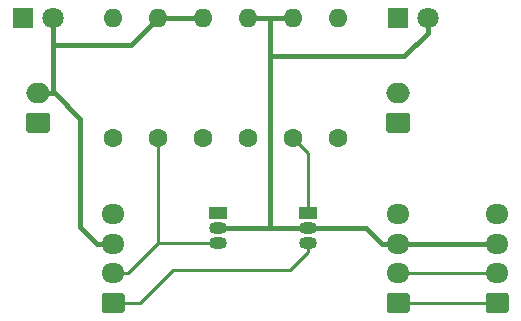
<source format=gbr>
G04 #@! TF.GenerationSoftware,KiCad,Pcbnew,(5.1.5)-3*
G04 #@! TF.CreationDate,2021-01-31T20:42:47+11:00*
G04 #@! TF.ProjectId,I2C_Interface,4932435f-496e-4746-9572-666163652e6b,rev?*
G04 #@! TF.SameCoordinates,Original*
G04 #@! TF.FileFunction,Copper,L1,Top*
G04 #@! TF.FilePolarity,Positive*
%FSLAX46Y46*%
G04 Gerber Fmt 4.6, Leading zero omitted, Abs format (unit mm)*
G04 Created by KiCad (PCBNEW (5.1.5)-3) date 2021-01-31 20:42:47*
%MOMM*%
%LPD*%
G04 APERTURE LIST*
%ADD10O,1.600000X1.600000*%
%ADD11C,1.600000*%
%ADD12O,1.500000X1.050000*%
%ADD13R,1.500000X1.050000*%
%ADD14C,0.100000*%
%ADD15O,2.000000X1.700000*%
%ADD16O,1.950000X1.700000*%
%ADD17C,1.800000*%
%ADD18R,1.800000X1.800000*%
%ADD19C,0.400000*%
%ADD20C,0.250000*%
G04 APERTURE END LIST*
D10*
X157480000Y-87900000D03*
D11*
X157480000Y-98060000D03*
D12*
X173990000Y-105680000D03*
X173990000Y-106950000D03*
D13*
X173990000Y-104410000D03*
G04 #@! TA.AperFunction,ComponentPad*
D14*
G36*
X151904504Y-95941204D02*
G01*
X151928773Y-95944804D01*
X151952571Y-95950765D01*
X151975671Y-95959030D01*
X151997849Y-95969520D01*
X152018893Y-95982133D01*
X152038598Y-95996747D01*
X152056777Y-96013223D01*
X152073253Y-96031402D01*
X152087867Y-96051107D01*
X152100480Y-96072151D01*
X152110970Y-96094329D01*
X152119235Y-96117429D01*
X152125196Y-96141227D01*
X152128796Y-96165496D01*
X152130000Y-96190000D01*
X152130000Y-97390000D01*
X152128796Y-97414504D01*
X152125196Y-97438773D01*
X152119235Y-97462571D01*
X152110970Y-97485671D01*
X152100480Y-97507849D01*
X152087867Y-97528893D01*
X152073253Y-97548598D01*
X152056777Y-97566777D01*
X152038598Y-97583253D01*
X152018893Y-97597867D01*
X151997849Y-97610480D01*
X151975671Y-97620970D01*
X151952571Y-97629235D01*
X151928773Y-97635196D01*
X151904504Y-97638796D01*
X151880000Y-97640000D01*
X150380000Y-97640000D01*
X150355496Y-97638796D01*
X150331227Y-97635196D01*
X150307429Y-97629235D01*
X150284329Y-97620970D01*
X150262151Y-97610480D01*
X150241107Y-97597867D01*
X150221402Y-97583253D01*
X150203223Y-97566777D01*
X150186747Y-97548598D01*
X150172133Y-97528893D01*
X150159520Y-97507849D01*
X150149030Y-97485671D01*
X150140765Y-97462571D01*
X150134804Y-97438773D01*
X150131204Y-97414504D01*
X150130000Y-97390000D01*
X150130000Y-96190000D01*
X150131204Y-96165496D01*
X150134804Y-96141227D01*
X150140765Y-96117429D01*
X150149030Y-96094329D01*
X150159520Y-96072151D01*
X150172133Y-96051107D01*
X150186747Y-96031402D01*
X150203223Y-96013223D01*
X150221402Y-95996747D01*
X150241107Y-95982133D01*
X150262151Y-95969520D01*
X150284329Y-95959030D01*
X150307429Y-95950765D01*
X150331227Y-95944804D01*
X150355496Y-95941204D01*
X150380000Y-95940000D01*
X151880000Y-95940000D01*
X151904504Y-95941204D01*
G37*
G04 #@! TD.AperFunction*
D15*
X151130000Y-94290000D03*
D13*
X166370000Y-104410000D03*
D12*
X166370000Y-106950000D03*
X166370000Y-105680000D03*
D16*
X181610000Y-104530000D03*
X181610000Y-107030000D03*
X181610000Y-109530000D03*
G04 #@! TA.AperFunction,ComponentPad*
D14*
G36*
X182359504Y-111181204D02*
G01*
X182383773Y-111184804D01*
X182407571Y-111190765D01*
X182430671Y-111199030D01*
X182452849Y-111209520D01*
X182473893Y-111222133D01*
X182493598Y-111236747D01*
X182511777Y-111253223D01*
X182528253Y-111271402D01*
X182542867Y-111291107D01*
X182555480Y-111312151D01*
X182565970Y-111334329D01*
X182574235Y-111357429D01*
X182580196Y-111381227D01*
X182583796Y-111405496D01*
X182585000Y-111430000D01*
X182585000Y-112630000D01*
X182583796Y-112654504D01*
X182580196Y-112678773D01*
X182574235Y-112702571D01*
X182565970Y-112725671D01*
X182555480Y-112747849D01*
X182542867Y-112768893D01*
X182528253Y-112788598D01*
X182511777Y-112806777D01*
X182493598Y-112823253D01*
X182473893Y-112837867D01*
X182452849Y-112850480D01*
X182430671Y-112860970D01*
X182407571Y-112869235D01*
X182383773Y-112875196D01*
X182359504Y-112878796D01*
X182335000Y-112880000D01*
X180885000Y-112880000D01*
X180860496Y-112878796D01*
X180836227Y-112875196D01*
X180812429Y-112869235D01*
X180789329Y-112860970D01*
X180767151Y-112850480D01*
X180746107Y-112837867D01*
X180726402Y-112823253D01*
X180708223Y-112806777D01*
X180691747Y-112788598D01*
X180677133Y-112768893D01*
X180664520Y-112747849D01*
X180654030Y-112725671D01*
X180645765Y-112702571D01*
X180639804Y-112678773D01*
X180636204Y-112654504D01*
X180635000Y-112630000D01*
X180635000Y-111430000D01*
X180636204Y-111405496D01*
X180639804Y-111381227D01*
X180645765Y-111357429D01*
X180654030Y-111334329D01*
X180664520Y-111312151D01*
X180677133Y-111291107D01*
X180691747Y-111271402D01*
X180708223Y-111253223D01*
X180726402Y-111236747D01*
X180746107Y-111222133D01*
X180767151Y-111209520D01*
X180789329Y-111199030D01*
X180812429Y-111190765D01*
X180836227Y-111184804D01*
X180860496Y-111181204D01*
X180885000Y-111180000D01*
X182335000Y-111180000D01*
X182359504Y-111181204D01*
G37*
G04 #@! TD.AperFunction*
D15*
X181610000Y-94290000D03*
G04 #@! TA.AperFunction,ComponentPad*
D14*
G36*
X182384504Y-95941204D02*
G01*
X182408773Y-95944804D01*
X182432571Y-95950765D01*
X182455671Y-95959030D01*
X182477849Y-95969520D01*
X182498893Y-95982133D01*
X182518598Y-95996747D01*
X182536777Y-96013223D01*
X182553253Y-96031402D01*
X182567867Y-96051107D01*
X182580480Y-96072151D01*
X182590970Y-96094329D01*
X182599235Y-96117429D01*
X182605196Y-96141227D01*
X182608796Y-96165496D01*
X182610000Y-96190000D01*
X182610000Y-97390000D01*
X182608796Y-97414504D01*
X182605196Y-97438773D01*
X182599235Y-97462571D01*
X182590970Y-97485671D01*
X182580480Y-97507849D01*
X182567867Y-97528893D01*
X182553253Y-97548598D01*
X182536777Y-97566777D01*
X182518598Y-97583253D01*
X182498893Y-97597867D01*
X182477849Y-97610480D01*
X182455671Y-97620970D01*
X182432571Y-97629235D01*
X182408773Y-97635196D01*
X182384504Y-97638796D01*
X182360000Y-97640000D01*
X180860000Y-97640000D01*
X180835496Y-97638796D01*
X180811227Y-97635196D01*
X180787429Y-97629235D01*
X180764329Y-97620970D01*
X180742151Y-97610480D01*
X180721107Y-97597867D01*
X180701402Y-97583253D01*
X180683223Y-97566777D01*
X180666747Y-97548598D01*
X180652133Y-97528893D01*
X180639520Y-97507849D01*
X180629030Y-97485671D01*
X180620765Y-97462571D01*
X180614804Y-97438773D01*
X180611204Y-97414504D01*
X180610000Y-97390000D01*
X180610000Y-96190000D01*
X180611204Y-96165496D01*
X180614804Y-96141227D01*
X180620765Y-96117429D01*
X180629030Y-96094329D01*
X180639520Y-96072151D01*
X180652133Y-96051107D01*
X180666747Y-96031402D01*
X180683223Y-96013223D01*
X180701402Y-95996747D01*
X180721107Y-95982133D01*
X180742151Y-95969520D01*
X180764329Y-95959030D01*
X180787429Y-95950765D01*
X180811227Y-95944804D01*
X180835496Y-95941204D01*
X180860000Y-95940000D01*
X182360000Y-95940000D01*
X182384504Y-95941204D01*
G37*
G04 #@! TD.AperFunction*
G04 #@! TA.AperFunction,ComponentPad*
G36*
X190749504Y-111181204D02*
G01*
X190773773Y-111184804D01*
X190797571Y-111190765D01*
X190820671Y-111199030D01*
X190842849Y-111209520D01*
X190863893Y-111222133D01*
X190883598Y-111236747D01*
X190901777Y-111253223D01*
X190918253Y-111271402D01*
X190932867Y-111291107D01*
X190945480Y-111312151D01*
X190955970Y-111334329D01*
X190964235Y-111357429D01*
X190970196Y-111381227D01*
X190973796Y-111405496D01*
X190975000Y-111430000D01*
X190975000Y-112630000D01*
X190973796Y-112654504D01*
X190970196Y-112678773D01*
X190964235Y-112702571D01*
X190955970Y-112725671D01*
X190945480Y-112747849D01*
X190932867Y-112768893D01*
X190918253Y-112788598D01*
X190901777Y-112806777D01*
X190883598Y-112823253D01*
X190863893Y-112837867D01*
X190842849Y-112850480D01*
X190820671Y-112860970D01*
X190797571Y-112869235D01*
X190773773Y-112875196D01*
X190749504Y-112878796D01*
X190725000Y-112880000D01*
X189275000Y-112880000D01*
X189250496Y-112878796D01*
X189226227Y-112875196D01*
X189202429Y-112869235D01*
X189179329Y-112860970D01*
X189157151Y-112850480D01*
X189136107Y-112837867D01*
X189116402Y-112823253D01*
X189098223Y-112806777D01*
X189081747Y-112788598D01*
X189067133Y-112768893D01*
X189054520Y-112747849D01*
X189044030Y-112725671D01*
X189035765Y-112702571D01*
X189029804Y-112678773D01*
X189026204Y-112654504D01*
X189025000Y-112630000D01*
X189025000Y-111430000D01*
X189026204Y-111405496D01*
X189029804Y-111381227D01*
X189035765Y-111357429D01*
X189044030Y-111334329D01*
X189054520Y-111312151D01*
X189067133Y-111291107D01*
X189081747Y-111271402D01*
X189098223Y-111253223D01*
X189116402Y-111236747D01*
X189136107Y-111222133D01*
X189157151Y-111209520D01*
X189179329Y-111199030D01*
X189202429Y-111190765D01*
X189226227Y-111184804D01*
X189250496Y-111181204D01*
X189275000Y-111180000D01*
X190725000Y-111180000D01*
X190749504Y-111181204D01*
G37*
G04 #@! TD.AperFunction*
D16*
X190000000Y-109530000D03*
X190000000Y-107030000D03*
X190000000Y-104530000D03*
G04 #@! TA.AperFunction,ComponentPad*
D14*
G36*
X158229504Y-111181204D02*
G01*
X158253773Y-111184804D01*
X158277571Y-111190765D01*
X158300671Y-111199030D01*
X158322849Y-111209520D01*
X158343893Y-111222133D01*
X158363598Y-111236747D01*
X158381777Y-111253223D01*
X158398253Y-111271402D01*
X158412867Y-111291107D01*
X158425480Y-111312151D01*
X158435970Y-111334329D01*
X158444235Y-111357429D01*
X158450196Y-111381227D01*
X158453796Y-111405496D01*
X158455000Y-111430000D01*
X158455000Y-112630000D01*
X158453796Y-112654504D01*
X158450196Y-112678773D01*
X158444235Y-112702571D01*
X158435970Y-112725671D01*
X158425480Y-112747849D01*
X158412867Y-112768893D01*
X158398253Y-112788598D01*
X158381777Y-112806777D01*
X158363598Y-112823253D01*
X158343893Y-112837867D01*
X158322849Y-112850480D01*
X158300671Y-112860970D01*
X158277571Y-112869235D01*
X158253773Y-112875196D01*
X158229504Y-112878796D01*
X158205000Y-112880000D01*
X156755000Y-112880000D01*
X156730496Y-112878796D01*
X156706227Y-112875196D01*
X156682429Y-112869235D01*
X156659329Y-112860970D01*
X156637151Y-112850480D01*
X156616107Y-112837867D01*
X156596402Y-112823253D01*
X156578223Y-112806777D01*
X156561747Y-112788598D01*
X156547133Y-112768893D01*
X156534520Y-112747849D01*
X156524030Y-112725671D01*
X156515765Y-112702571D01*
X156509804Y-112678773D01*
X156506204Y-112654504D01*
X156505000Y-112630000D01*
X156505000Y-111430000D01*
X156506204Y-111405496D01*
X156509804Y-111381227D01*
X156515765Y-111357429D01*
X156524030Y-111334329D01*
X156534520Y-111312151D01*
X156547133Y-111291107D01*
X156561747Y-111271402D01*
X156578223Y-111253223D01*
X156596402Y-111236747D01*
X156616107Y-111222133D01*
X156637151Y-111209520D01*
X156659329Y-111199030D01*
X156682429Y-111190765D01*
X156706227Y-111184804D01*
X156730496Y-111181204D01*
X156755000Y-111180000D01*
X158205000Y-111180000D01*
X158229504Y-111181204D01*
G37*
G04 #@! TD.AperFunction*
D16*
X157480000Y-109530000D03*
X157480000Y-107030000D03*
X157480000Y-104530000D03*
D10*
X161290000Y-87900000D03*
D11*
X161290000Y-98060000D03*
X165100000Y-98060000D03*
D10*
X165100000Y-87900000D03*
X168910000Y-87900000D03*
D11*
X168910000Y-98060000D03*
X172720000Y-98060000D03*
D10*
X172720000Y-87900000D03*
D17*
X184150000Y-87900000D03*
D18*
X181610000Y-87900000D03*
X149860000Y-87900000D03*
D17*
X152400000Y-87900000D03*
D11*
X176530000Y-98060000D03*
D10*
X176530000Y-87900000D03*
D19*
X188625000Y-107030000D02*
X181610000Y-107030000D01*
X190000000Y-107030000D02*
X188625000Y-107030000D01*
X175140000Y-105680000D02*
X173990000Y-105680000D01*
X180235000Y-107030000D02*
X178885000Y-105680000D01*
X178885000Y-105680000D02*
X175140000Y-105680000D01*
X181610000Y-107030000D02*
X180235000Y-107030000D01*
X170799000Y-105521000D02*
X170942000Y-105664000D01*
X168910000Y-87900000D02*
X170799000Y-87900000D01*
X170799000Y-87900000D02*
X172720000Y-87900000D01*
X173990000Y-105680000D02*
X170942000Y-105664000D01*
X170942000Y-105664000D02*
X166370000Y-105680000D01*
X184150000Y-89172792D02*
X182152792Y-91170000D01*
X184150000Y-87900000D02*
X184150000Y-89172792D01*
X170799000Y-87900000D02*
X170799000Y-91170000D01*
X182152792Y-91170000D02*
X170799000Y-91170000D01*
X170799000Y-91170000D02*
X170799000Y-105521000D01*
D20*
X181610000Y-109530000D02*
X190000000Y-109530000D01*
X173990000Y-99330000D02*
X172720000Y-98060000D01*
X173990000Y-104410000D02*
X173990000Y-99330000D01*
X181610000Y-112030000D02*
X190000000Y-112030000D01*
X181610000Y-94290000D02*
X181610000Y-94250000D01*
X151150000Y-94290000D02*
X151130000Y-94270000D01*
X151130000Y-94270000D02*
X151110000Y-94270000D01*
X157480000Y-107030000D02*
X156560000Y-107030000D01*
D19*
X156105000Y-107030000D02*
X154686000Y-105611000D01*
X157480000Y-107030000D02*
X156105000Y-107030000D01*
X152530000Y-94290000D02*
X151130000Y-94290000D01*
X154686000Y-96446000D02*
X152530000Y-94290000D01*
X154686000Y-105611000D02*
X154686000Y-96446000D01*
X152400000Y-94160000D02*
X152530000Y-94290000D01*
X165100000Y-87900000D02*
X161290000Y-87900000D01*
X161290000Y-87900000D02*
X159020000Y-90170000D01*
X159020000Y-90170000D02*
X152400000Y-90170000D01*
X152400000Y-87900000D02*
X152400000Y-90170000D01*
X152400000Y-90170000D02*
X152400000Y-94160000D01*
D20*
X157480000Y-112030000D02*
X159750000Y-112030000D01*
X159750000Y-112030000D02*
X162560000Y-109220000D01*
X172495000Y-109220000D02*
X173990000Y-107725000D01*
X173990000Y-107725000D02*
X173990000Y-106950000D01*
X162560000Y-109220000D02*
X172495000Y-109220000D01*
X157480000Y-109530000D02*
X158710000Y-109530000D01*
X161290000Y-106950000D02*
X166370000Y-106950000D01*
X158710000Y-109530000D02*
X161290000Y-106950000D01*
X161290000Y-98060000D02*
X161290000Y-106950000D01*
M02*

</source>
